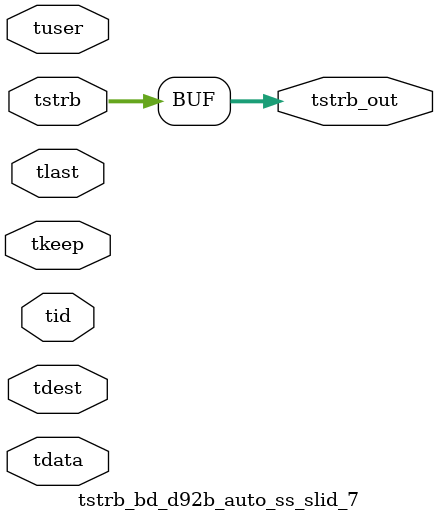
<source format=v>


`timescale 1ps/1ps

module tstrb_bd_d92b_auto_ss_slid_7 #
(
parameter C_S_AXIS_TDATA_WIDTH = 32,
parameter C_S_AXIS_TUSER_WIDTH = 0,
parameter C_S_AXIS_TID_WIDTH   = 0,
parameter C_S_AXIS_TDEST_WIDTH = 0,
parameter C_M_AXIS_TDATA_WIDTH = 32
)
(
input  [(C_S_AXIS_TDATA_WIDTH == 0 ? 1 : C_S_AXIS_TDATA_WIDTH)-1:0     ] tdata,
input  [(C_S_AXIS_TUSER_WIDTH == 0 ? 1 : C_S_AXIS_TUSER_WIDTH)-1:0     ] tuser,
input  [(C_S_AXIS_TID_WIDTH   == 0 ? 1 : C_S_AXIS_TID_WIDTH)-1:0       ] tid,
input  [(C_S_AXIS_TDEST_WIDTH == 0 ? 1 : C_S_AXIS_TDEST_WIDTH)-1:0     ] tdest,
input  [(C_S_AXIS_TDATA_WIDTH/8)-1:0 ] tkeep,
input  [(C_S_AXIS_TDATA_WIDTH/8)-1:0 ] tstrb,
input                                                                    tlast,
output [(C_M_AXIS_TDATA_WIDTH/8)-1:0 ] tstrb_out
);

assign tstrb_out = {tstrb[7:0]};

endmodule


</source>
